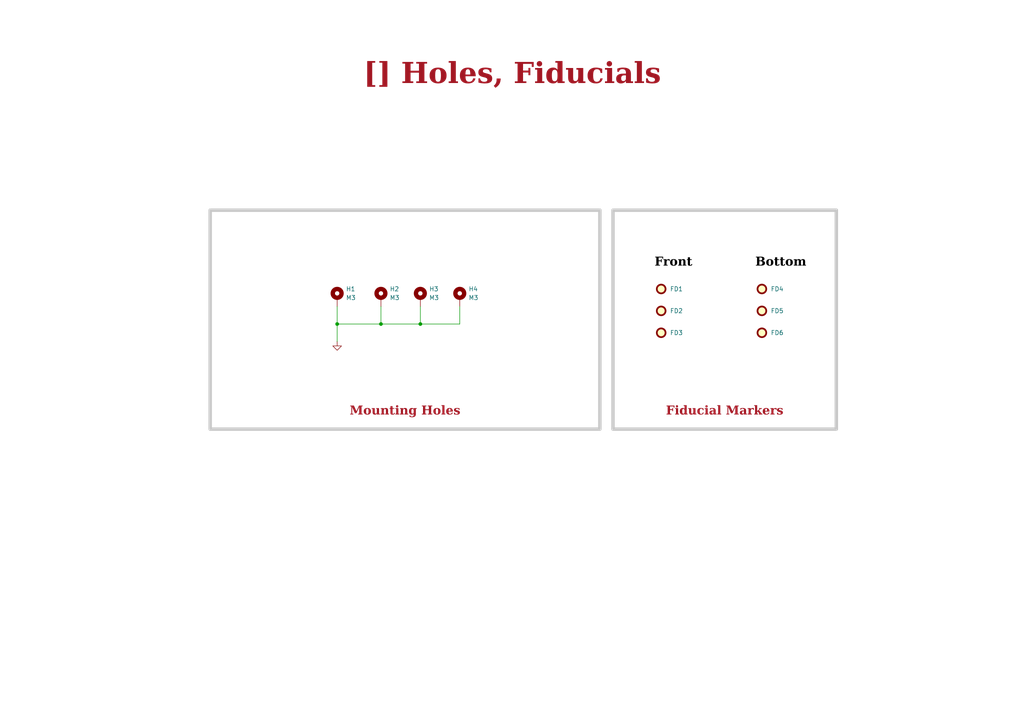
<source format=kicad_sch>
(kicad_sch (version 20231120) (generator "eeschema") (generator_version "8.0")
  (paper "A4")
  (title_block (title "Holes, Fiducials") (date "2025-01-24") (rev "${REVISION}") (company "${COMPANY}"))
  (lib_symbols
    (symbol "Mechanical:Fiducial" (exclude_from_sim yes) (in_bom no)
      (property "Reference" "FID" (at 0 5.08 0))
      (property "Value" "Fiducial" (at 0 3.175 0))
      (symbol "Fiducial_0_1"
        (circle (center 0 0) (radius 1.27) (stroke (width 0.508)) (fill (type background)))
      )
    )
    (symbol "Mechanical:MountingHole_Pad" (pin_numbers hide) (pin_names (offset 1.016) hide) (exclude_from_sim yes) (in_bom no)
      (property "Reference" "H" (at 0 6.35 0))
      (property "Value" "MountingHole_Pad" (at 0 4.445 0))
      (symbol "MountingHole_Pad_0_1"
        (circle (center 0 1.27) (radius 1.27) (stroke (width 1.27)))
      )
      (symbol "MountingHole_Pad_1_1"
        (pin input line (at 0 -2.54 90) (length 2.54) (name "1") (number "1"))
      )
    )
    (symbol "power:GND" (power) (pin_numbers hide) (pin_names (offset 0) hide)
      (property "Value" "GND" (at 0 -3.81 0))
      (symbol "GND_0_1"
        (polyline (pts (xy 0 0) (xy 0 -1.27) (xy 1.27 -1.27) (xy 0 -2.54) (xy -1.27 -1.27) (xy 0 -1.27)))
      )
      (symbol "GND_1_1"
        (pin power_in line (at 0 0 270) (length 0) (name "~") (number "1"))
      )
    )
  )
  (junction (at 110.49 93.98))
  (junction (at 97.79 93.98))
  (junction (at 121.92 93.98))
  (wire (pts (xy 121.92 93.98) (xy 133.35 93.98)))
  (wire (pts (xy 121.92 88.9) (xy 121.92 93.98)))
  (wire (pts (xy 97.79 88.9) (xy 97.79 93.98)))
  (wire (pts (xy 133.35 88.9) (xy 133.35 93.98)))
  (wire (pts (xy 97.79 93.98) (xy 97.79 99.06)))
  (wire (pts (xy 97.79 93.98) (xy 110.49 93.98)))
  (wire (pts (xy 110.49 88.9) (xy 110.49 93.98)))
  (wire (pts (xy 110.49 93.98) (xy 121.92 93.98)))
  (rectangle (start 177.8 60.96) (end 242.57 124.46) (stroke (width 1) (color 200 200 200 1)))
  (rectangle (start 60.96 60.96) (end 173.99 124.46) (stroke (width 1) (color 200 200 200 1)))
  (text_box "[${#}] ${TITLE}" (at 12.7 15.24 0) (size 271.78 12.7) (stroke (width -0.0001)) (effects (font (size 6 6) (thickness 1.2) (bold yes))))
  (text_box "Front" (at 187.96 69.85 0) (size 12.7 9.525) (stroke (width -0.0001)) (effects (font (size 2.54 2.54) (thickness 0.508) (bold yes)) (justify left bottom)))
  (text_box "Bottom" (at 217.17 69.85 0) (size 12.7 9.525) (stroke (width -0.0001)) (effects (font (size 2.54 2.54) (thickness 0.508) (bold yes)) (justify left bottom)))
  (text_box "Mounting Holes" (at 62.23 113.03 0) (size 110.49 9.525) (stroke (width -0.0001)) (effects (font (size 2.54 2.54) (thickness 0.508) (bold yes)) (justify bottom)))
  (text_box "Fiducial Markers" (at 179.07 113.03 0) (size 62.23 9.525) (stroke (width -0.0001)) (effects (font (size 2.54 2.54) (thickness 0.508) (bold yes)) (justify bottom)))
  (symbol (lib_id "Mechanical:MountingHole_Pad") (at 110.49 86.36 0) (unit 1) (exclude_from_sim yes) (in_bom no)
    (property "Reference" "H2" (at 113.03 83.8199 0) (effects (justify left)))
    (property "Value" "M3" (at 113.03 86.3599 0) (effects (justify left)))
    (property "Footprint" "MountingHole:MountingHole_3.2mm_M3_Pad" (effects (hide yes)))
    (property "Description" "M3 Hole" (effects (hide yes)))
  )
  (symbol (lib_id "Mechanical:MountingHole_Pad") (at 97.79 86.36 0) (unit 1) (exclude_from_sim yes) (in_bom no)
    (property "Reference" "H1" (at 100.33 83.8199 0) (effects (justify left)))
    (property "Value" "M3" (at 100.33 86.3599 0) (effects (justify left)))
    (property "Footprint" "MountingHole:MountingHole_3.2mm_M3_Pad" (effects (hide yes)))
    (property "Description" "M3 Hole" (effects (hide yes)))
  )
  (symbol (lib_id "Mechanical:MountingHole_Pad") (at 133.35 86.36 0) (unit 1) (exclude_from_sim yes) (in_bom no)
    (property "Reference" "H4" (at 135.89 83.8199 0) (effects (justify left)))
    (property "Value" "M3" (at 135.89 86.3599 0) (effects (justify left)))
    (property "Footprint" "MountingHole:MountingHole_3.2mm_M3_Pad" (effects (hide yes)))
    (property "Description" "M3 Hole" (effects (hide yes)))
  )
  (symbol (lib_id "Mechanical:Fiducial") (at 220.98 83.82 0) (unit 1) (exclude_from_sim yes) (in_bom no)
    (property "Reference" "FD4" (at 223.52 83.82 0) (effects (justify left)))
    (property "Value" "Fiducial" (effects (hide yes)))
    (property "Footprint" "0_fiducials:Fiducial_1mm_Mask2mm" (effects (hide yes)))
    (property "Description" "Fiducial Marker" (effects (hide yes)))
  )
  (symbol (lib_id "Mechanical:Fiducial") (at 191.77 96.52 0) (unit 1) (exclude_from_sim yes) (in_bom no)
    (property "Reference" "FD3" (at 194.31 96.52 0) (effects (justify left)))
    (property "Value" "Fiducial" (effects (hide yes)))
    (property "Footprint" "0_fiducials:Fiducial_1mm_Mask2mm" (effects (hide yes)))
    (property "Description" "Fiducial Marker" (effects (hide yes)))
  )
  (symbol (lib_id "Mechanical:Fiducial") (at 220.98 90.17 0) (unit 1) (exclude_from_sim yes) (in_bom no)
    (property "Reference" "FD5" (at 223.52 90.17 0) (effects (justify left)))
    (property "Value" "Fiducial" (effects (hide yes)))
    (property "Footprint" "0_fiducials:Fiducial_1mm_Mask2mm" (effects (hide yes)))
    (property "Description" "Fiducial Marker" (effects (hide yes)))
  )
  (symbol (lib_id "Mechanical:Fiducial") (at 191.77 90.17 0) (unit 1) (exclude_from_sim yes) (in_bom no)
    (property "Reference" "FD2" (at 194.31 90.17 0) (effects (justify left)))
    (property "Value" "Fiducial" (effects (hide yes)))
    (property "Footprint" "0_fiducials:Fiducial_1mm_Mask2mm" (effects (hide yes)))
    (property "Description" "Fiducial Marker" (effects (hide yes)))
  )
  (symbol (lib_id "Mechanical:Fiducial") (at 191.77 83.82 0) (unit 1) (exclude_from_sim yes) (in_bom no)
    (property "Reference" "FD1" (at 194.31 83.82 0) (effects (justify left)))
    (property "Value" "Fiducial" (effects (hide yes)))
    (property "Footprint" "0_fiducials:Fiducial_1mm_Mask2mm" (effects (hide yes)))
    (property "Description" "Fiducial Marker" (effects (hide yes)))
  )
  (symbol (lib_id "power:GND") (at 97.79 99.06 0) (unit 1)
    (property "Reference" "#PWR022" (effects (hide yes)))
    (property "Value" "GND" (effects (hide yes)))
  )
  (symbol (lib_id "Mechanical:MountingHole_Pad") (at 121.92 86.36 0) (unit 1) (exclude_from_sim yes) (in_bom no)
    (property "Reference" "H3" (at 124.46 83.8199 0) (effects (justify left)))
    (property "Value" "M3" (at 124.46 86.3599 0) (effects (justify left)))
    (property "Footprint" "MountingHole:MountingHole_3.2mm_M3_Pad" (effects (hide yes)))
    (property "Description" "M3 Hole" (effects (hide yes)))
  )
  (symbol (lib_id "Mechanical:Fiducial") (at 220.98 96.52 0) (unit 1) (exclude_from_sim yes) (in_bom no)
    (property "Reference" "FD6" (at 223.52 96.52 0) (effects (justify left)))
    (property "Value" "Fiducial" (effects (hide yes)))
    (property "Footprint" "0_fiducials:Fiducial_1mm_Mask2mm" (effects (hide yes)))
    (property "Description" "Fiducial Marker" (effects (hide yes)))
  )
)
</source>
